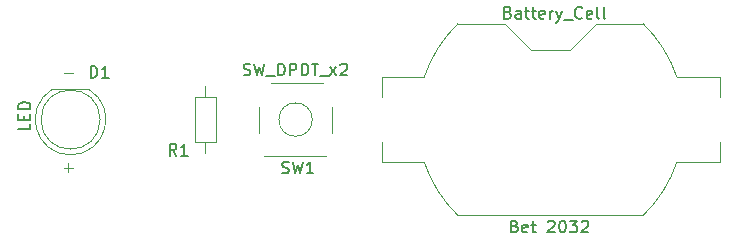
<source format=gto>
%TF.GenerationSoftware,KiCad,Pcbnew,9.0.2*%
%TF.CreationDate,2025-06-10T18:02:44+05:30*%
%TF.ProjectId,Project 1 LED torch,50726f6a-6563-4742-9031-204c45442074,1*%
%TF.SameCoordinates,Original*%
%TF.FileFunction,Legend,Top*%
%TF.FilePolarity,Positive*%
%FSLAX46Y46*%
G04 Gerber Fmt 4.6, Leading zero omitted, Abs format (unit mm)*
G04 Created by KiCad (PCBNEW 9.0.2) date 2025-06-10 18:02:44*
%MOMM*%
%LPD*%
G01*
G04 APERTURE LIST*
%ADD10C,0.100000*%
%ADD11C,0.150000*%
%ADD12C,0.120000*%
G04 APERTURE END LIST*
D10*
X87703884Y-113691466D02*
X88465789Y-113691466D01*
X87703884Y-121691466D02*
X88465789Y-121691466D01*
X88084836Y-122072419D02*
X88084836Y-121310514D01*
D11*
X125871428Y-126631009D02*
X126014285Y-126678628D01*
X126014285Y-126678628D02*
X126061904Y-126726247D01*
X126061904Y-126726247D02*
X126109523Y-126821485D01*
X126109523Y-126821485D02*
X126109523Y-126964342D01*
X126109523Y-126964342D02*
X126061904Y-127059580D01*
X126061904Y-127059580D02*
X126014285Y-127107200D01*
X126014285Y-127107200D02*
X125919047Y-127154819D01*
X125919047Y-127154819D02*
X125538095Y-127154819D01*
X125538095Y-127154819D02*
X125538095Y-126154819D01*
X125538095Y-126154819D02*
X125871428Y-126154819D01*
X125871428Y-126154819D02*
X125966666Y-126202438D01*
X125966666Y-126202438D02*
X126014285Y-126250057D01*
X126014285Y-126250057D02*
X126061904Y-126345295D01*
X126061904Y-126345295D02*
X126061904Y-126440533D01*
X126061904Y-126440533D02*
X126014285Y-126535771D01*
X126014285Y-126535771D02*
X125966666Y-126583390D01*
X125966666Y-126583390D02*
X125871428Y-126631009D01*
X125871428Y-126631009D02*
X125538095Y-126631009D01*
X126919047Y-127107200D02*
X126823809Y-127154819D01*
X126823809Y-127154819D02*
X126633333Y-127154819D01*
X126633333Y-127154819D02*
X126538095Y-127107200D01*
X126538095Y-127107200D02*
X126490476Y-127011961D01*
X126490476Y-127011961D02*
X126490476Y-126631009D01*
X126490476Y-126631009D02*
X126538095Y-126535771D01*
X126538095Y-126535771D02*
X126633333Y-126488152D01*
X126633333Y-126488152D02*
X126823809Y-126488152D01*
X126823809Y-126488152D02*
X126919047Y-126535771D01*
X126919047Y-126535771D02*
X126966666Y-126631009D01*
X126966666Y-126631009D02*
X126966666Y-126726247D01*
X126966666Y-126726247D02*
X126490476Y-126821485D01*
X127252381Y-126488152D02*
X127633333Y-126488152D01*
X127395238Y-126154819D02*
X127395238Y-127011961D01*
X127395238Y-127011961D02*
X127442857Y-127107200D01*
X127442857Y-127107200D02*
X127538095Y-127154819D01*
X127538095Y-127154819D02*
X127633333Y-127154819D01*
X128680953Y-126250057D02*
X128728572Y-126202438D01*
X128728572Y-126202438D02*
X128823810Y-126154819D01*
X128823810Y-126154819D02*
X129061905Y-126154819D01*
X129061905Y-126154819D02*
X129157143Y-126202438D01*
X129157143Y-126202438D02*
X129204762Y-126250057D01*
X129204762Y-126250057D02*
X129252381Y-126345295D01*
X129252381Y-126345295D02*
X129252381Y-126440533D01*
X129252381Y-126440533D02*
X129204762Y-126583390D01*
X129204762Y-126583390D02*
X128633334Y-127154819D01*
X128633334Y-127154819D02*
X129252381Y-127154819D01*
X129871429Y-126154819D02*
X129966667Y-126154819D01*
X129966667Y-126154819D02*
X130061905Y-126202438D01*
X130061905Y-126202438D02*
X130109524Y-126250057D01*
X130109524Y-126250057D02*
X130157143Y-126345295D01*
X130157143Y-126345295D02*
X130204762Y-126535771D01*
X130204762Y-126535771D02*
X130204762Y-126773866D01*
X130204762Y-126773866D02*
X130157143Y-126964342D01*
X130157143Y-126964342D02*
X130109524Y-127059580D01*
X130109524Y-127059580D02*
X130061905Y-127107200D01*
X130061905Y-127107200D02*
X129966667Y-127154819D01*
X129966667Y-127154819D02*
X129871429Y-127154819D01*
X129871429Y-127154819D02*
X129776191Y-127107200D01*
X129776191Y-127107200D02*
X129728572Y-127059580D01*
X129728572Y-127059580D02*
X129680953Y-126964342D01*
X129680953Y-126964342D02*
X129633334Y-126773866D01*
X129633334Y-126773866D02*
X129633334Y-126535771D01*
X129633334Y-126535771D02*
X129680953Y-126345295D01*
X129680953Y-126345295D02*
X129728572Y-126250057D01*
X129728572Y-126250057D02*
X129776191Y-126202438D01*
X129776191Y-126202438D02*
X129871429Y-126154819D01*
X130538096Y-126154819D02*
X131157143Y-126154819D01*
X131157143Y-126154819D02*
X130823810Y-126535771D01*
X130823810Y-126535771D02*
X130966667Y-126535771D01*
X130966667Y-126535771D02*
X131061905Y-126583390D01*
X131061905Y-126583390D02*
X131109524Y-126631009D01*
X131109524Y-126631009D02*
X131157143Y-126726247D01*
X131157143Y-126726247D02*
X131157143Y-126964342D01*
X131157143Y-126964342D02*
X131109524Y-127059580D01*
X131109524Y-127059580D02*
X131061905Y-127107200D01*
X131061905Y-127107200D02*
X130966667Y-127154819D01*
X130966667Y-127154819D02*
X130680953Y-127154819D01*
X130680953Y-127154819D02*
X130585715Y-127107200D01*
X130585715Y-127107200D02*
X130538096Y-127059580D01*
X131538096Y-126250057D02*
X131585715Y-126202438D01*
X131585715Y-126202438D02*
X131680953Y-126154819D01*
X131680953Y-126154819D02*
X131919048Y-126154819D01*
X131919048Y-126154819D02*
X132014286Y-126202438D01*
X132014286Y-126202438D02*
X132061905Y-126250057D01*
X132061905Y-126250057D02*
X132109524Y-126345295D01*
X132109524Y-126345295D02*
X132109524Y-126440533D01*
X132109524Y-126440533D02*
X132061905Y-126583390D01*
X132061905Y-126583390D02*
X131490477Y-127154819D01*
X131490477Y-127154819D02*
X132109524Y-127154819D01*
X125295236Y-108531009D02*
X125438093Y-108578628D01*
X125438093Y-108578628D02*
X125485712Y-108626247D01*
X125485712Y-108626247D02*
X125533331Y-108721485D01*
X125533331Y-108721485D02*
X125533331Y-108864342D01*
X125533331Y-108864342D02*
X125485712Y-108959580D01*
X125485712Y-108959580D02*
X125438093Y-109007200D01*
X125438093Y-109007200D02*
X125342855Y-109054819D01*
X125342855Y-109054819D02*
X124961903Y-109054819D01*
X124961903Y-109054819D02*
X124961903Y-108054819D01*
X124961903Y-108054819D02*
X125295236Y-108054819D01*
X125295236Y-108054819D02*
X125390474Y-108102438D01*
X125390474Y-108102438D02*
X125438093Y-108150057D01*
X125438093Y-108150057D02*
X125485712Y-108245295D01*
X125485712Y-108245295D02*
X125485712Y-108340533D01*
X125485712Y-108340533D02*
X125438093Y-108435771D01*
X125438093Y-108435771D02*
X125390474Y-108483390D01*
X125390474Y-108483390D02*
X125295236Y-108531009D01*
X125295236Y-108531009D02*
X124961903Y-108531009D01*
X126390474Y-109054819D02*
X126390474Y-108531009D01*
X126390474Y-108531009D02*
X126342855Y-108435771D01*
X126342855Y-108435771D02*
X126247617Y-108388152D01*
X126247617Y-108388152D02*
X126057141Y-108388152D01*
X126057141Y-108388152D02*
X125961903Y-108435771D01*
X126390474Y-109007200D02*
X126295236Y-109054819D01*
X126295236Y-109054819D02*
X126057141Y-109054819D01*
X126057141Y-109054819D02*
X125961903Y-109007200D01*
X125961903Y-109007200D02*
X125914284Y-108911961D01*
X125914284Y-108911961D02*
X125914284Y-108816723D01*
X125914284Y-108816723D02*
X125961903Y-108721485D01*
X125961903Y-108721485D02*
X126057141Y-108673866D01*
X126057141Y-108673866D02*
X126295236Y-108673866D01*
X126295236Y-108673866D02*
X126390474Y-108626247D01*
X126723808Y-108388152D02*
X127104760Y-108388152D01*
X126866665Y-108054819D02*
X126866665Y-108911961D01*
X126866665Y-108911961D02*
X126914284Y-109007200D01*
X126914284Y-109007200D02*
X127009522Y-109054819D01*
X127009522Y-109054819D02*
X127104760Y-109054819D01*
X127295237Y-108388152D02*
X127676189Y-108388152D01*
X127438094Y-108054819D02*
X127438094Y-108911961D01*
X127438094Y-108911961D02*
X127485713Y-109007200D01*
X127485713Y-109007200D02*
X127580951Y-109054819D01*
X127580951Y-109054819D02*
X127676189Y-109054819D01*
X128390475Y-109007200D02*
X128295237Y-109054819D01*
X128295237Y-109054819D02*
X128104761Y-109054819D01*
X128104761Y-109054819D02*
X128009523Y-109007200D01*
X128009523Y-109007200D02*
X127961904Y-108911961D01*
X127961904Y-108911961D02*
X127961904Y-108531009D01*
X127961904Y-108531009D02*
X128009523Y-108435771D01*
X128009523Y-108435771D02*
X128104761Y-108388152D01*
X128104761Y-108388152D02*
X128295237Y-108388152D01*
X128295237Y-108388152D02*
X128390475Y-108435771D01*
X128390475Y-108435771D02*
X128438094Y-108531009D01*
X128438094Y-108531009D02*
X128438094Y-108626247D01*
X128438094Y-108626247D02*
X127961904Y-108721485D01*
X128866666Y-109054819D02*
X128866666Y-108388152D01*
X128866666Y-108578628D02*
X128914285Y-108483390D01*
X128914285Y-108483390D02*
X128961904Y-108435771D01*
X128961904Y-108435771D02*
X129057142Y-108388152D01*
X129057142Y-108388152D02*
X129152380Y-108388152D01*
X129390476Y-108388152D02*
X129628571Y-109054819D01*
X129866666Y-108388152D02*
X129628571Y-109054819D01*
X129628571Y-109054819D02*
X129533333Y-109292914D01*
X129533333Y-109292914D02*
X129485714Y-109340533D01*
X129485714Y-109340533D02*
X129390476Y-109388152D01*
X130009524Y-109150057D02*
X130771428Y-109150057D01*
X131580952Y-108959580D02*
X131533333Y-109007200D01*
X131533333Y-109007200D02*
X131390476Y-109054819D01*
X131390476Y-109054819D02*
X131295238Y-109054819D01*
X131295238Y-109054819D02*
X131152381Y-109007200D01*
X131152381Y-109007200D02*
X131057143Y-108911961D01*
X131057143Y-108911961D02*
X131009524Y-108816723D01*
X131009524Y-108816723D02*
X130961905Y-108626247D01*
X130961905Y-108626247D02*
X130961905Y-108483390D01*
X130961905Y-108483390D02*
X131009524Y-108292914D01*
X131009524Y-108292914D02*
X131057143Y-108197676D01*
X131057143Y-108197676D02*
X131152381Y-108102438D01*
X131152381Y-108102438D02*
X131295238Y-108054819D01*
X131295238Y-108054819D02*
X131390476Y-108054819D01*
X131390476Y-108054819D02*
X131533333Y-108102438D01*
X131533333Y-108102438D02*
X131580952Y-108150057D01*
X132390476Y-109007200D02*
X132295238Y-109054819D01*
X132295238Y-109054819D02*
X132104762Y-109054819D01*
X132104762Y-109054819D02*
X132009524Y-109007200D01*
X132009524Y-109007200D02*
X131961905Y-108911961D01*
X131961905Y-108911961D02*
X131961905Y-108531009D01*
X131961905Y-108531009D02*
X132009524Y-108435771D01*
X132009524Y-108435771D02*
X132104762Y-108388152D01*
X132104762Y-108388152D02*
X132295238Y-108388152D01*
X132295238Y-108388152D02*
X132390476Y-108435771D01*
X132390476Y-108435771D02*
X132438095Y-108531009D01*
X132438095Y-108531009D02*
X132438095Y-108626247D01*
X132438095Y-108626247D02*
X131961905Y-108721485D01*
X133009524Y-109054819D02*
X132914286Y-109007200D01*
X132914286Y-109007200D02*
X132866667Y-108911961D01*
X132866667Y-108911961D02*
X132866667Y-108054819D01*
X133533334Y-109054819D02*
X133438096Y-109007200D01*
X133438096Y-109007200D02*
X133390477Y-108911961D01*
X133390477Y-108911961D02*
X133390477Y-108054819D01*
X97233333Y-120654819D02*
X96900000Y-120178628D01*
X96661905Y-120654819D02*
X96661905Y-119654819D01*
X96661905Y-119654819D02*
X97042857Y-119654819D01*
X97042857Y-119654819D02*
X97138095Y-119702438D01*
X97138095Y-119702438D02*
X97185714Y-119750057D01*
X97185714Y-119750057D02*
X97233333Y-119845295D01*
X97233333Y-119845295D02*
X97233333Y-119988152D01*
X97233333Y-119988152D02*
X97185714Y-120083390D01*
X97185714Y-120083390D02*
X97138095Y-120131009D01*
X97138095Y-120131009D02*
X97042857Y-120178628D01*
X97042857Y-120178628D02*
X96661905Y-120178628D01*
X98185714Y-120654819D02*
X97614286Y-120654819D01*
X97900000Y-120654819D02*
X97900000Y-119654819D01*
X97900000Y-119654819D02*
X97804762Y-119797676D01*
X97804762Y-119797676D02*
X97709524Y-119892914D01*
X97709524Y-119892914D02*
X97614286Y-119940533D01*
X106166667Y-122107200D02*
X106309524Y-122154819D01*
X106309524Y-122154819D02*
X106547619Y-122154819D01*
X106547619Y-122154819D02*
X106642857Y-122107200D01*
X106642857Y-122107200D02*
X106690476Y-122059580D01*
X106690476Y-122059580D02*
X106738095Y-121964342D01*
X106738095Y-121964342D02*
X106738095Y-121869104D01*
X106738095Y-121869104D02*
X106690476Y-121773866D01*
X106690476Y-121773866D02*
X106642857Y-121726247D01*
X106642857Y-121726247D02*
X106547619Y-121678628D01*
X106547619Y-121678628D02*
X106357143Y-121631009D01*
X106357143Y-121631009D02*
X106261905Y-121583390D01*
X106261905Y-121583390D02*
X106214286Y-121535771D01*
X106214286Y-121535771D02*
X106166667Y-121440533D01*
X106166667Y-121440533D02*
X106166667Y-121345295D01*
X106166667Y-121345295D02*
X106214286Y-121250057D01*
X106214286Y-121250057D02*
X106261905Y-121202438D01*
X106261905Y-121202438D02*
X106357143Y-121154819D01*
X106357143Y-121154819D02*
X106595238Y-121154819D01*
X106595238Y-121154819D02*
X106738095Y-121202438D01*
X107071429Y-121154819D02*
X107309524Y-122154819D01*
X107309524Y-122154819D02*
X107500000Y-121440533D01*
X107500000Y-121440533D02*
X107690476Y-122154819D01*
X107690476Y-122154819D02*
X107928572Y-121154819D01*
X108833333Y-122154819D02*
X108261905Y-122154819D01*
X108547619Y-122154819D02*
X108547619Y-121154819D01*
X108547619Y-121154819D02*
X108452381Y-121297676D01*
X108452381Y-121297676D02*
X108357143Y-121392914D01*
X108357143Y-121392914D02*
X108261905Y-121440533D01*
X102919047Y-113807200D02*
X103061904Y-113854819D01*
X103061904Y-113854819D02*
X103299999Y-113854819D01*
X103299999Y-113854819D02*
X103395237Y-113807200D01*
X103395237Y-113807200D02*
X103442856Y-113759580D01*
X103442856Y-113759580D02*
X103490475Y-113664342D01*
X103490475Y-113664342D02*
X103490475Y-113569104D01*
X103490475Y-113569104D02*
X103442856Y-113473866D01*
X103442856Y-113473866D02*
X103395237Y-113426247D01*
X103395237Y-113426247D02*
X103299999Y-113378628D01*
X103299999Y-113378628D02*
X103109523Y-113331009D01*
X103109523Y-113331009D02*
X103014285Y-113283390D01*
X103014285Y-113283390D02*
X102966666Y-113235771D01*
X102966666Y-113235771D02*
X102919047Y-113140533D01*
X102919047Y-113140533D02*
X102919047Y-113045295D01*
X102919047Y-113045295D02*
X102966666Y-112950057D01*
X102966666Y-112950057D02*
X103014285Y-112902438D01*
X103014285Y-112902438D02*
X103109523Y-112854819D01*
X103109523Y-112854819D02*
X103347618Y-112854819D01*
X103347618Y-112854819D02*
X103490475Y-112902438D01*
X103823809Y-112854819D02*
X104061904Y-113854819D01*
X104061904Y-113854819D02*
X104252380Y-113140533D01*
X104252380Y-113140533D02*
X104442856Y-113854819D01*
X104442856Y-113854819D02*
X104680952Y-112854819D01*
X104823809Y-113950057D02*
X105585713Y-113950057D01*
X105823809Y-113854819D02*
X105823809Y-112854819D01*
X105823809Y-112854819D02*
X106061904Y-112854819D01*
X106061904Y-112854819D02*
X106204761Y-112902438D01*
X106204761Y-112902438D02*
X106299999Y-112997676D01*
X106299999Y-112997676D02*
X106347618Y-113092914D01*
X106347618Y-113092914D02*
X106395237Y-113283390D01*
X106395237Y-113283390D02*
X106395237Y-113426247D01*
X106395237Y-113426247D02*
X106347618Y-113616723D01*
X106347618Y-113616723D02*
X106299999Y-113711961D01*
X106299999Y-113711961D02*
X106204761Y-113807200D01*
X106204761Y-113807200D02*
X106061904Y-113854819D01*
X106061904Y-113854819D02*
X105823809Y-113854819D01*
X106823809Y-113854819D02*
X106823809Y-112854819D01*
X106823809Y-112854819D02*
X107204761Y-112854819D01*
X107204761Y-112854819D02*
X107299999Y-112902438D01*
X107299999Y-112902438D02*
X107347618Y-112950057D01*
X107347618Y-112950057D02*
X107395237Y-113045295D01*
X107395237Y-113045295D02*
X107395237Y-113188152D01*
X107395237Y-113188152D02*
X107347618Y-113283390D01*
X107347618Y-113283390D02*
X107299999Y-113331009D01*
X107299999Y-113331009D02*
X107204761Y-113378628D01*
X107204761Y-113378628D02*
X106823809Y-113378628D01*
X107823809Y-113854819D02*
X107823809Y-112854819D01*
X107823809Y-112854819D02*
X108061904Y-112854819D01*
X108061904Y-112854819D02*
X108204761Y-112902438D01*
X108204761Y-112902438D02*
X108299999Y-112997676D01*
X108299999Y-112997676D02*
X108347618Y-113092914D01*
X108347618Y-113092914D02*
X108395237Y-113283390D01*
X108395237Y-113283390D02*
X108395237Y-113426247D01*
X108395237Y-113426247D02*
X108347618Y-113616723D01*
X108347618Y-113616723D02*
X108299999Y-113711961D01*
X108299999Y-113711961D02*
X108204761Y-113807200D01*
X108204761Y-113807200D02*
X108061904Y-113854819D01*
X108061904Y-113854819D02*
X107823809Y-113854819D01*
X108680952Y-112854819D02*
X109252380Y-112854819D01*
X108966666Y-113854819D02*
X108966666Y-112854819D01*
X109347619Y-113950057D02*
X110109523Y-113950057D01*
X110252381Y-113854819D02*
X110776190Y-113188152D01*
X110252381Y-113188152D02*
X110776190Y-113854819D01*
X111109524Y-112950057D02*
X111157143Y-112902438D01*
X111157143Y-112902438D02*
X111252381Y-112854819D01*
X111252381Y-112854819D02*
X111490476Y-112854819D01*
X111490476Y-112854819D02*
X111585714Y-112902438D01*
X111585714Y-112902438D02*
X111633333Y-112950057D01*
X111633333Y-112950057D02*
X111680952Y-113045295D01*
X111680952Y-113045295D02*
X111680952Y-113140533D01*
X111680952Y-113140533D02*
X111633333Y-113283390D01*
X111633333Y-113283390D02*
X111061905Y-113854819D01*
X111061905Y-113854819D02*
X111680952Y-113854819D01*
X89961905Y-114054819D02*
X89961905Y-113054819D01*
X89961905Y-113054819D02*
X90200000Y-113054819D01*
X90200000Y-113054819D02*
X90342857Y-113102438D01*
X90342857Y-113102438D02*
X90438095Y-113197676D01*
X90438095Y-113197676D02*
X90485714Y-113292914D01*
X90485714Y-113292914D02*
X90533333Y-113483390D01*
X90533333Y-113483390D02*
X90533333Y-113626247D01*
X90533333Y-113626247D02*
X90485714Y-113816723D01*
X90485714Y-113816723D02*
X90438095Y-113911961D01*
X90438095Y-113911961D02*
X90342857Y-114007200D01*
X90342857Y-114007200D02*
X90200000Y-114054819D01*
X90200000Y-114054819D02*
X89961905Y-114054819D01*
X91485714Y-114054819D02*
X90914286Y-114054819D01*
X91200000Y-114054819D02*
X91200000Y-113054819D01*
X91200000Y-113054819D02*
X91104762Y-113197676D01*
X91104762Y-113197676D02*
X91009524Y-113292914D01*
X91009524Y-113292914D02*
X90914286Y-113340533D01*
X84854819Y-117942857D02*
X84854819Y-118419047D01*
X84854819Y-118419047D02*
X83854819Y-118419047D01*
X84331009Y-117609523D02*
X84331009Y-117276190D01*
X84854819Y-117133333D02*
X84854819Y-117609523D01*
X84854819Y-117609523D02*
X83854819Y-117609523D01*
X83854819Y-117609523D02*
X83854819Y-117133333D01*
X84854819Y-116704761D02*
X83854819Y-116704761D01*
X83854819Y-116704761D02*
X83854819Y-116466666D01*
X83854819Y-116466666D02*
X83902438Y-116323809D01*
X83902438Y-116323809D02*
X83997676Y-116228571D01*
X83997676Y-116228571D02*
X84092914Y-116180952D01*
X84092914Y-116180952D02*
X84283390Y-116133333D01*
X84283390Y-116133333D02*
X84426247Y-116133333D01*
X84426247Y-116133333D02*
X84616723Y-116180952D01*
X84616723Y-116180952D02*
X84711961Y-116228571D01*
X84711961Y-116228571D02*
X84807200Y-116323809D01*
X84807200Y-116323809D02*
X84854819Y-116466666D01*
X84854819Y-116466666D02*
X84854819Y-116704761D01*
D12*
%TO.C,Bet 2032*%
X143215000Y-121212000D02*
X139597000Y-121212000D01*
X143215000Y-119502000D02*
X143215000Y-121212000D01*
X143215000Y-115702000D02*
X143215000Y-113992000D01*
X139597000Y-113992000D02*
X143215000Y-113992000D01*
X136752300Y-125712000D02*
X121057700Y-125712000D01*
X132765000Y-109492000D02*
X136752300Y-109492000D01*
X130565000Y-111692000D02*
X132765000Y-109492000D01*
X127245000Y-111692000D02*
X130565000Y-111692000D01*
X127245000Y-111692000D02*
X125045000Y-109492000D01*
X121057700Y-109492000D02*
X125045000Y-109492000D01*
X118213000Y-121212000D02*
X114595000Y-121212000D01*
X114595000Y-119502000D02*
X114595000Y-121212000D01*
X114595000Y-115702000D02*
X114595000Y-113992000D01*
X114595000Y-113992000D02*
X118213000Y-113992000D01*
X139597000Y-121212000D02*
G75*
G02*
X136750372Y-125713790I-10692020J3610010D01*
G01*
X136750371Y-109490211D02*
G75*
G02*
X139597000Y-113992000I-7845366J-8111785D01*
G01*
X121059629Y-125713789D02*
G75*
G02*
X118213000Y-121212000I7845371J8111789D01*
G01*
X118213000Y-113992000D02*
G75*
G02*
X121059629Y-109490211I10692020J-3610012D01*
G01*
%TO.C,R1*%
X99685672Y-114732000D02*
X99685672Y-115682000D01*
X99685672Y-120472000D02*
X99685672Y-119522000D01*
X100605672Y-115682000D02*
X98765672Y-115682000D01*
X98765672Y-119522000D01*
X100605672Y-119522000D01*
X100605672Y-115682000D01*
%TO.C,SW1*%
X104195000Y-118752000D02*
X104195000Y-116552000D01*
X104665000Y-120722000D02*
X109865000Y-120722000D01*
X105265000Y-114482000D02*
X109665000Y-114482000D01*
X110435000Y-116552000D02*
X110435000Y-118752000D01*
X108729214Y-117602000D02*
G75*
G02*
X105900786Y-117602000I-1414214J0D01*
G01*
X105900786Y-117602000D02*
G75*
G02*
X108729214Y-117602000I1414214J0D01*
G01*
%TO.C,D1*%
X89810000Y-115037000D02*
X86720000Y-115037000D01*
X89809830Y-115037000D02*
G75*
G02*
X88265000Y-120587000I-1544830J-2560000D01*
G01*
X88265000Y-120587000D02*
G75*
G02*
X86720170Y-115037000I0J2990000D01*
G01*
X90765000Y-117597000D02*
G75*
G02*
X85765000Y-117597000I-2500000J0D01*
G01*
X85765000Y-117597000D02*
G75*
G02*
X90765000Y-117597000I2500000J0D01*
G01*
%TD*%
M02*

</source>
